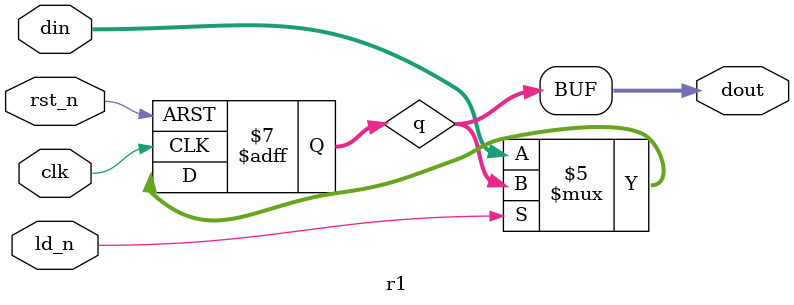
<source format=v>
module r1(
	input clk,
	input rst_n,
	input ld_n,
	input [3:0] din,
	output [3:0] dout
	);
	
	reg [3:0] q;
	always @(posedge clk or negedge rst_n)begin
		if(!rst_n)
			q <= 0;
		else if(!ld_n)
			q <= din;
		else
			q <= q;	
	end
	
	assign dout = q;
	
endmodule
</source>
